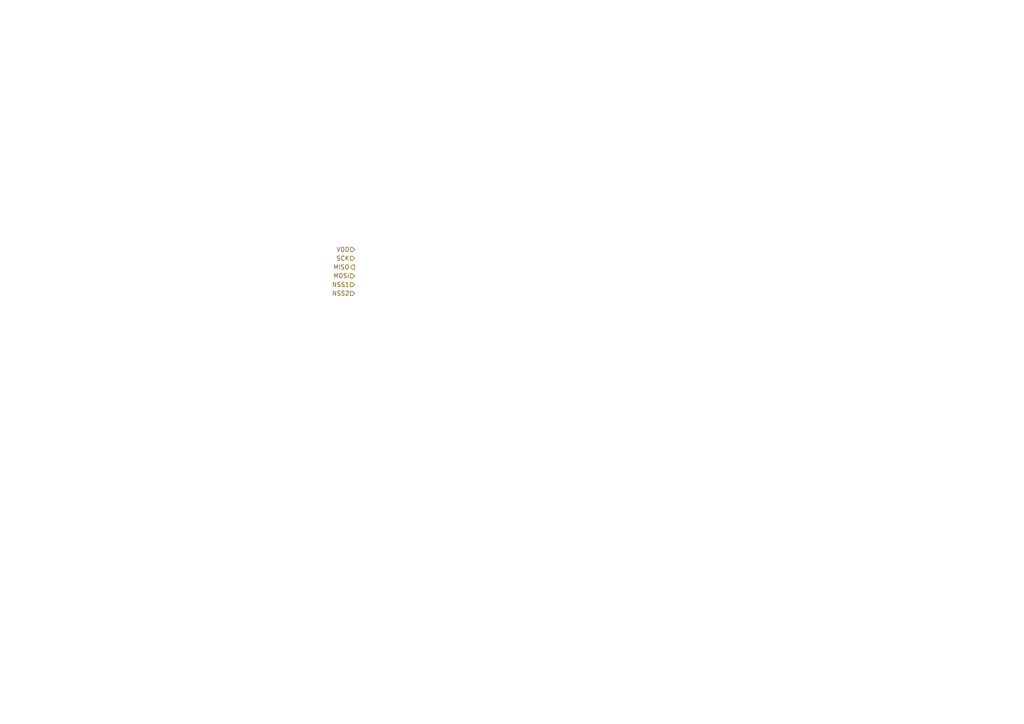
<source format=kicad_sch>
(kicad_sch (version 20211123) (generator eeschema)
  (paper "A4")
  (lib_symbols)
  (hierarchical_label "VDD" (shape input) (at 102.87 72.39 180))
  (hierarchical_label "MOSI" (shape input) (at 102.87 80.01 180))
  (hierarchical_label "SCK" (shape input) (at 102.87 74.93 180))
  (hierarchical_label "MISO" (shape output) (at 102.87 77.47 180))
  (hierarchical_label "NSS1" (shape input) (at 102.87 82.55 180))
  (hierarchical_label "NSS2" (shape input) (at 102.87 85.09 180))
)
</source>
